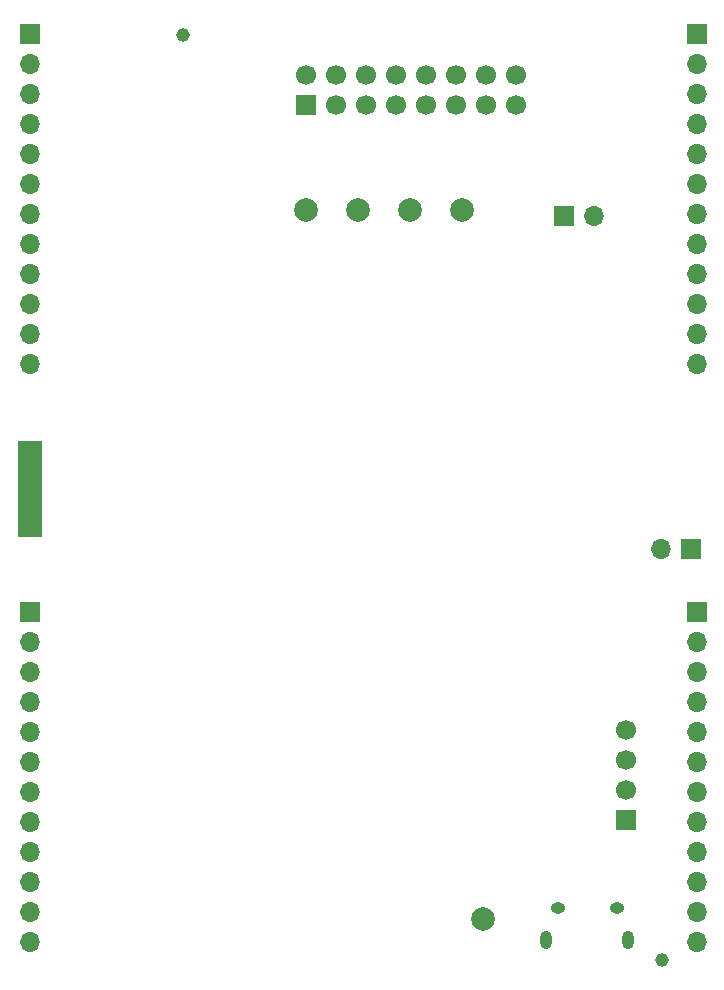
<source format=gbr>
%TF.GenerationSoftware,KiCad,Pcbnew,(5.99.0-12348-g4b436fb86d)*%
%TF.CreationDate,2021-09-23T14:41:55+01:00*%
%TF.ProjectId,Ampelope_Components,416d7065-6c6f-4706-955f-436f6d706f6e,rev?*%
%TF.SameCoordinates,Original*%
%TF.FileFunction,Soldermask,Bot*%
%TF.FilePolarity,Negative*%
%FSLAX46Y46*%
G04 Gerber Fmt 4.6, Leading zero omitted, Abs format (unit mm)*
G04 Created by KiCad (PCBNEW (5.99.0-12348-g4b436fb86d)) date 2021-09-23 14:41:55*
%MOMM*%
%LPD*%
G01*
G04 APERTURE LIST*
%ADD10C,0.100000*%
%ADD11C,1.152000*%
%ADD12O,1.250000X0.950000*%
%ADD13O,1.000000X1.550000*%
%ADD14R,1.700000X1.700000*%
%ADD15O,1.700000X1.700000*%
%ADD16C,1.700000*%
%ADD17C,2.000000*%
G04 APERTURE END LIST*
D10*
%TO.C,FID1*%
X103000000Y-86600000D02*
X103000000Y-94600000D01*
X103000000Y-94600000D02*
X101000000Y-94600000D01*
X101000000Y-94600000D02*
X101000000Y-86600000D01*
X101000000Y-86600000D02*
X103000000Y-86600000D01*
G36*
X103000000Y-94600000D02*
G01*
X101000000Y-94600000D01*
X101000000Y-86600000D01*
X103000000Y-86600000D01*
X103000000Y-94600000D01*
G37*
X103000000Y-94600000D02*
X101000000Y-94600000D01*
X101000000Y-86600000D01*
X103000000Y-86600000D01*
X103000000Y-94600000D01*
%TD*%
D11*
%TO.C,FID3*%
X115000000Y-52200000D03*
%TD*%
%TO.C,FID2*%
X155500000Y-130500000D03*
%TD*%
D12*
%TO.C,J8*%
X151700000Y-126150000D03*
D13*
X152700000Y-128850000D03*
D12*
X146700000Y-126150000D03*
D13*
X145700000Y-128850000D03*
%TD*%
D14*
%TO.C,J9*%
X147225000Y-67500000D03*
D15*
X149765000Y-67500000D03*
%TD*%
D14*
%TO.C,J5*%
X125400000Y-58100000D03*
D16*
X125400000Y-55560000D03*
X127940000Y-58100000D03*
X127940000Y-55560000D03*
X130480000Y-58100000D03*
X130480000Y-55560000D03*
X133020000Y-58100000D03*
X133020000Y-55560000D03*
X135560000Y-58100000D03*
X135560000Y-55560000D03*
X138100000Y-58100000D03*
X138100000Y-55560000D03*
X140640000Y-58100000D03*
X140640000Y-55560000D03*
X143180000Y-58100000D03*
X143180000Y-55560000D03*
%TD*%
D17*
%TO.C,TP2*%
X125400000Y-67000000D03*
%TD*%
%TO.C,TP4*%
X138600000Y-67000000D03*
%TD*%
%TO.C,TP3*%
X129800000Y-67000000D03*
%TD*%
D14*
%TO.C,J7*%
X152500000Y-118710000D03*
D16*
X152500000Y-116170000D03*
X152500000Y-113630000D03*
X152500000Y-111090000D03*
%TD*%
D14*
%TO.C,J6*%
X157975000Y-95700000D03*
D15*
X155435000Y-95700000D03*
%TD*%
D17*
%TO.C,TP1*%
X134200000Y-67000000D03*
%TD*%
%TO.C,TP5*%
X140400000Y-127100000D03*
%TD*%
D14*
%TO.C,J4*%
X158500000Y-101100000D03*
D15*
X158500000Y-103640000D03*
X158500000Y-106180000D03*
X158500000Y-108720000D03*
X158500000Y-111260000D03*
X158500000Y-113800000D03*
X158500000Y-116340000D03*
X158500000Y-118880000D03*
X158500000Y-121420000D03*
X158500000Y-123960000D03*
X158500000Y-126500000D03*
X158500000Y-129040000D03*
%TD*%
D14*
%TO.C,J2*%
X102000000Y-101100000D03*
D15*
X102000000Y-103640000D03*
X102000000Y-106180000D03*
X102000000Y-108720000D03*
X102000000Y-111260000D03*
X102000000Y-113800000D03*
X102000000Y-116340000D03*
X102000000Y-118880000D03*
X102000000Y-121420000D03*
X102000000Y-123960000D03*
X102000000Y-126500000D03*
X102000000Y-129040000D03*
%TD*%
D14*
%TO.C,J1*%
X102000000Y-52100000D03*
D15*
X102000000Y-54640000D03*
X102000000Y-57180000D03*
X102000000Y-59720000D03*
X102000000Y-62260000D03*
X102000000Y-64800000D03*
X102000000Y-67340000D03*
X102000000Y-69880000D03*
X102000000Y-72420000D03*
X102000000Y-74960000D03*
X102000000Y-77500000D03*
X102000000Y-80040000D03*
%TD*%
D14*
%TO.C,J3*%
X158500000Y-52100000D03*
D15*
X158500000Y-54640000D03*
X158500000Y-57180000D03*
X158500000Y-59720000D03*
X158500000Y-62260000D03*
X158500000Y-64800000D03*
X158500000Y-67340000D03*
X158500000Y-69880000D03*
X158500000Y-72420000D03*
X158500000Y-74960000D03*
X158500000Y-77500000D03*
X158500000Y-80040000D03*
%TD*%
M02*

</source>
